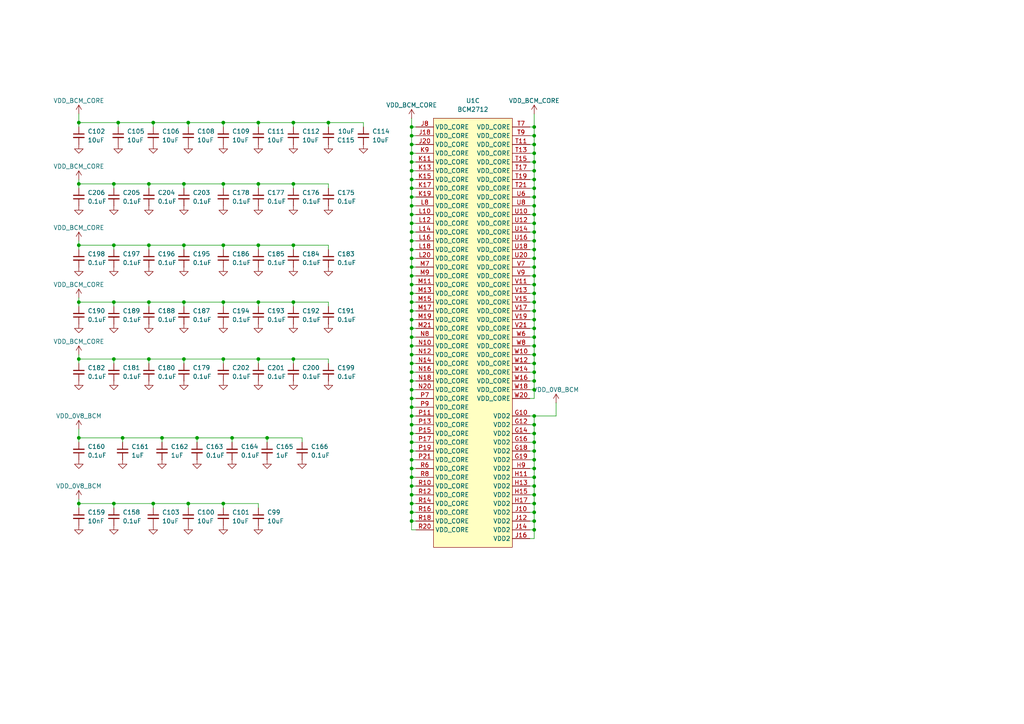
<source format=kicad_sch>
(kicad_sch (version 20250114) (generator "eeschema") (generator_version "9.0")
  (paper "A4")
  (title_block (title "RPi CM5 BCM2712 Core Power") (comment 2 "Guaranteed to be inaccurate") (comment 3 "License: CC BY-SA 4.0 (https://creativecommons.org/licenses/by-sa/4.0/)") (comment 4 "Reverse engineered by Tube Time"))
  (junction (at 119.38 64.77))
  (junction (at 119.38 151.13))
  (junction (at 154.94 100.33))
  (junction (at 64.77 146.05))
  (junction (at 154.94 123.19))
  (junction (at 74.93 87.63))
  (junction (at 154.94 59.69))
  (junction (at 119.38 95.25))
  (junction (at 119.38 54.61))
  (junction (at 119.38 67.31))
  (junction (at 154.94 82.55))
  (junction (at 154.94 153.67))
  (junction (at 54.61 146.05))
  (junction (at 64.77 53.34))
  (junction (at 64.77 71.12))
  (junction (at 119.38 97.79))
  (junction (at 119.38 36.83))
  (junction (at 154.94 57.15))
  (junction (at 119.38 113.03))
  (junction (at 119.38 44.45))
  (junction (at 119.38 41.91))
  (junction (at 154.94 148.59))
  (junction (at 34.29 35.56))
  (junction (at 119.38 52.07))
  (junction (at 43.18 104.14))
  (junction (at 119.38 49.53))
  (junction (at 22.86 104.14))
  (junction (at 154.94 36.83))
  (junction (at 119.38 100.33))
  (junction (at 154.94 113.03))
  (junction (at 154.94 52.07))
  (junction (at 154.94 133.35))
  (junction (at 154.94 95.25))
  (junction (at 154.94 143.51))
  (junction (at 154.94 44.45))
  (junction (at 54.61 35.56))
  (junction (at 154.94 85.09))
  (junction (at 119.38 120.65))
  (junction (at 119.38 107.95))
  (junction (at 119.38 85.09))
  (junction (at 154.94 80.01))
  (junction (at 33.02 87.63))
  (junction (at 53.34 71.12))
  (junction (at 43.18 71.12))
  (junction (at 154.94 105.41))
  (junction (at 154.94 77.47))
  (junction (at 154.94 62.23))
  (junction (at 154.94 110.49))
  (junction (at 154.94 107.95))
  (junction (at 57.15 127))
  (junction (at 119.38 72.39))
  (junction (at 77.47 127))
  (junction (at 154.94 41.91))
  (junction (at 154.94 135.89))
  (junction (at 53.34 53.34))
  (junction (at 95.25 35.56))
  (junction (at 154.94 74.93))
  (junction (at 154.94 92.71))
  (junction (at 119.38 46.99))
  (junction (at 154.94 151.13))
  (junction (at 154.94 54.61))
  (junction (at 35.56 127))
  (junction (at 53.34 104.14))
  (junction (at 74.93 35.56))
  (junction (at 44.45 146.05))
  (junction (at 43.18 87.63))
  (junction (at 154.94 49.53))
  (junction (at 119.38 59.69))
  (junction (at 154.94 130.81))
  (junction (at 119.38 128.27))
  (junction (at 85.09 35.56))
  (junction (at 64.77 87.63))
  (junction (at 119.38 133.35))
  (junction (at 43.18 53.34))
  (junction (at 119.38 92.71))
  (junction (at 119.38 130.81))
  (junction (at 119.38 87.63))
  (junction (at 85.09 71.12))
  (junction (at 119.38 82.55))
  (junction (at 119.38 148.59))
  (junction (at 22.86 127))
  (junction (at 44.45 35.56))
  (junction (at 33.02 71.12))
  (junction (at 154.94 138.43))
  (junction (at 119.38 90.17))
  (junction (at 154.94 128.27))
  (junction (at 33.02 53.34))
  (junction (at 33.02 104.14))
  (junction (at 22.86 87.63))
  (junction (at 119.38 77.47))
  (junction (at 154.94 125.73))
  (junction (at 22.86 146.05))
  (junction (at 154.94 39.37))
  (junction (at 119.38 102.87))
  (junction (at 154.94 87.63))
  (junction (at 85.09 53.34))
  (junction (at 119.38 74.93))
  (junction (at 119.38 125.73))
  (junction (at 74.93 53.34))
  (junction (at 119.38 135.89))
  (junction (at 154.94 120.65))
  (junction (at 119.38 123.19))
  (junction (at 64.77 104.14))
  (junction (at 154.94 67.31))
  (junction (at 119.38 138.43))
  (junction (at 119.38 80.01))
  (junction (at 119.38 57.15))
  (junction (at 154.94 72.39))
  (junction (at 22.86 35.56))
  (junction (at 119.38 118.11))
  (junction (at 85.09 104.14))
  (junction (at 53.34 87.63))
  (junction (at 154.94 102.87))
  (junction (at 119.38 140.97))
  (junction (at 67.31 127))
  (junction (at 119.38 115.57))
  (junction (at 119.38 69.85))
  (junction (at 154.94 46.99))
  (junction (at 74.93 71.12))
  (junction (at 154.94 140.97))
  (junction (at 119.38 62.23))
  (junction (at 46.99 127))
  (junction (at 154.94 64.77))
  (junction (at 119.38 105.41))
  (junction (at 22.86 71.12))
  (junction (at 154.94 97.79))
  (junction (at 119.38 39.37))
  (junction (at 154.94 69.85))
  (junction (at 119.38 146.05))
  (junction (at 33.02 146.05))
  (junction (at 154.94 90.17))
  (junction (at 74.93 104.14))
  (junction (at 154.94 146.05))
  (junction (at 22.86 53.34))
  (junction (at 119.38 143.51))
  (junction (at 119.38 110.49))
  (junction (at 85.09 87.63))
  (junction (at 64.77 35.56))
  (wire (pts (xy 119.38 46.99) (xy 120.65 46.99)))
  (wire (pts (xy 22.86 71.12) (xy 33.02 71.12)))
  (wire (pts (xy 64.77 35.56) (xy 54.61 35.56)))
  (wire (pts (xy 119.38 138.43) (xy 120.65 138.43)))
  (wire (pts (xy 105.41 35.56) (xy 105.41 36.83)))
  (wire (pts (xy 153.67 143.51) (xy 154.94 143.51)))
  (wire (pts (xy 22.86 127) (xy 35.56 127)))
  (wire (pts (xy 119.38 85.09) (xy 120.65 85.09)))
  (wire (pts (xy 154.94 153.67) (xy 154.94 156.21)))
  (wire (pts (xy 74.93 71.12) (xy 74.93 72.39)))
  (wire (pts (xy 119.38 67.31) (xy 119.38 69.85)))
  (wire (pts (xy 154.94 113.03) (xy 154.94 115.57)))
  (wire (pts (xy 54.61 35.56) (xy 54.61 36.83)))
  (wire (pts (xy 74.93 104.14) (xy 74.93 105.41)))
  (wire (pts (xy 74.93 104.14) (xy 85.09 104.14)))
  (wire (pts (xy 43.18 104.14) (xy 53.34 104.14)))
  (wire (pts (xy 119.38 74.93) (xy 120.65 74.93)))
  (wire (pts (xy 119.38 92.71) (xy 119.38 95.25)))
  (wire (pts (xy 154.94 92.71) (xy 153.67 92.71)))
  (wire (pts (xy 154.94 33.02) (xy 154.94 36.83)))
  (wire (pts (xy 119.38 44.45) (xy 120.65 44.45)))
  (wire (pts (xy 33.02 146.05) (xy 44.45 146.05)))
  (wire (pts (xy 154.94 105.41) (xy 154.94 107.95)))
  (wire (pts (xy 119.38 97.79) (xy 120.65 97.79)))
  (wire (pts (xy 154.94 120.65) (xy 153.67 120.65)))
  (wire (pts (xy 119.38 49.53) (xy 120.65 49.53)))
  (wire (pts (xy 119.38 62.23) (xy 119.38 64.77)))
  (wire (pts (xy 74.93 35.56) (xy 64.77 35.56)))
  (wire (pts (xy 119.38 133.35) (xy 120.65 133.35)))
  (wire (pts (xy 119.38 135.89) (xy 120.65 135.89)))
  (wire (pts (xy 43.18 71.12) (xy 53.34 71.12)))
  (wire (pts (xy 43.18 87.63) (xy 53.34 87.63)))
  (wire (pts (xy 119.38 118.11) (xy 120.65 118.11)))
  (wire (pts (xy 95.25 87.63) (xy 95.25 88.9)))
  (wire (pts (xy 22.86 102.87) (xy 22.86 104.14)))
  (wire (pts (xy 22.86 124.46) (xy 22.86 127)))
  (wire (pts (xy 119.38 90.17) (xy 120.65 90.17)))
  (wire (pts (xy 119.38 69.85) (xy 119.38 72.39)))
  (wire (pts (xy 119.38 123.19) (xy 120.65 123.19)))
  (wire (pts (xy 154.94 72.39) (xy 154.94 74.93)))
  (wire (pts (xy 85.09 71.12) (xy 85.09 72.39)))
  (wire (pts (xy 153.67 156.21) (xy 154.94 156.21)))
  (wire (pts (xy 95.25 53.34) (xy 95.25 54.61)))
  (wire (pts (xy 119.38 92.71) (xy 120.65 92.71)))
  (wire (pts (xy 119.38 110.49) (xy 119.38 113.03)))
  (wire (pts (xy 87.63 128.27) (xy 87.63 127)))
  (wire (pts (xy 22.86 147.32) (xy 22.86 146.05)))
  (wire (pts (xy 154.94 77.47) (xy 153.67 77.47)))
  (wire (pts (xy 154.94 46.99) (xy 153.67 46.99)))
  (wire (pts (xy 33.02 87.63) (xy 33.02 88.9)))
  (wire (pts (xy 22.86 144.78) (xy 22.86 146.05)))
  (wire (pts (xy 154.94 67.31) (xy 154.94 69.85)))
  (wire (pts (xy 33.02 87.63) (xy 43.18 87.63)))
  (wire (pts (xy 53.34 53.34) (xy 64.77 53.34)))
  (wire (pts (xy 33.02 53.34) (xy 33.02 54.61)))
  (wire (pts (xy 119.38 62.23) (xy 120.65 62.23)))
  (wire (pts (xy 74.93 87.63) (xy 74.93 88.9)))
  (wire (pts (xy 154.94 54.61) (xy 154.94 57.15)))
  (wire (pts (xy 154.94 148.59) (xy 154.94 151.13)))
  (wire (pts (xy 33.02 104.14) (xy 33.02 105.41)))
  (wire (pts (xy 85.09 87.63) (xy 85.09 88.9)))
  (wire (pts (xy 154.94 69.85) (xy 153.67 69.85)))
  (wire (pts (xy 85.09 35.56) (xy 74.93 35.56)))
  (wire (pts (xy 46.99 127) (xy 57.15 127)))
  (wire (pts (xy 119.38 146.05) (xy 120.65 146.05)))
  (wire (pts (xy 119.38 46.99) (xy 119.38 49.53)))
  (wire (pts (xy 119.38 97.79) (xy 119.38 100.33)))
  (wire (pts (xy 154.94 36.83) (xy 154.94 39.37)))
  (wire (pts (xy 154.94 74.93) (xy 154.94 77.47)))
  (wire (pts (xy 119.38 118.11) (xy 119.38 120.65)))
  (wire (pts (xy 154.94 49.53) (xy 154.94 52.07)))
  (wire (pts (xy 64.77 104.14) (xy 74.93 104.14)))
  (wire (pts (xy 153.67 128.27) (xy 154.94 128.27)))
  (wire (pts (xy 154.94 140.97) (xy 154.94 143.51)))
  (wire (pts (xy 54.61 146.05) (xy 64.77 146.05)))
  (wire (pts (xy 119.38 87.63) (xy 119.38 90.17)))
  (wire (pts (xy 154.94 72.39) (xy 153.67 72.39)))
  (wire (pts (xy 119.38 39.37) (xy 119.38 41.91)))
  (wire (pts (xy 22.86 127) (xy 22.86 128.27)))
  (wire (pts (xy 57.15 127) (xy 67.31 127)))
  (wire (pts (xy 119.38 100.33) (xy 120.65 100.33)))
  (wire (pts (xy 119.38 130.81) (xy 119.38 133.35)))
  (wire (pts (xy 119.38 113.03) (xy 119.38 115.57)))
  (wire (pts (xy 35.56 127) (xy 46.99 127)))
  (wire (pts (xy 154.94 69.85) (xy 154.94 72.39)))
  (wire (pts (xy 154.94 41.91) (xy 154.94 44.45)))
  (wire (pts (xy 153.67 140.97) (xy 154.94 140.97)))
  (wire (pts (xy 119.38 36.83) (xy 120.65 36.83)))
  (wire (pts (xy 119.38 115.57) (xy 120.65 115.57)))
  (wire (pts (xy 119.38 44.45) (xy 119.38 46.99)))
  (wire (pts (xy 33.02 104.14) (xy 43.18 104.14)))
  (wire (pts (xy 154.94 39.37) (xy 154.94 41.91)))
  (wire (pts (xy 53.34 104.14) (xy 64.77 104.14)))
  (wire (pts (xy 64.77 35.56) (xy 64.77 36.83)))
  (wire (pts (xy 64.77 71.12) (xy 64.77 72.39)))
  (wire (pts (xy 119.38 77.47) (xy 119.38 80.01)))
  (wire (pts (xy 154.94 120.65) (xy 154.94 123.19)))
  (wire (pts (xy 119.38 143.51) (xy 120.65 143.51)))
  (wire (pts (xy 119.38 100.33) (xy 119.38 102.87)))
  (wire (pts (xy 22.86 33.02) (xy 22.86 35.56)))
  (wire (pts (xy 119.38 95.25) (xy 120.65 95.25)))
  (wire (pts (xy 64.77 146.05) (xy 74.93 146.05)))
  (wire (pts (xy 119.38 52.07) (xy 119.38 54.61)))
  (wire (pts (xy 154.94 82.55) (xy 154.94 85.09)))
  (wire (pts (xy 119.38 102.87) (xy 119.38 105.41)))
  (wire (pts (xy 22.86 86.36) (xy 22.86 87.63)))
  (wire (pts (xy 119.38 74.93) (xy 119.38 77.47)))
  (wire (pts (xy 154.94 107.95) (xy 153.67 107.95)))
  (wire (pts (xy 154.94 74.93) (xy 153.67 74.93)))
  (wire (pts (xy 22.86 36.83) (xy 22.86 35.56)))
  (wire (pts (xy 119.38 72.39) (xy 120.65 72.39)))
  (wire (pts (xy 154.94 102.87) (xy 154.94 105.41)))
  (wire (pts (xy 154.94 44.45) (xy 153.67 44.45)))
  (wire (pts (xy 119.38 123.19) (xy 119.38 125.73)))
  (wire (pts (xy 119.38 148.59) (xy 119.38 151.13)))
  (wire (pts (xy 119.38 143.51) (xy 119.38 146.05)))
  (wire (pts (xy 154.94 57.15) (xy 154.94 59.69)))
  (wire (pts (xy 119.38 64.77) (xy 119.38 67.31)))
  (wire (pts (xy 153.67 138.43) (xy 154.94 138.43)))
  (wire (pts (xy 154.94 77.47) (xy 154.94 80.01)))
  (wire (pts (xy 154.94 80.01) (xy 153.67 80.01)))
  (wire (pts (xy 119.38 57.15) (xy 119.38 59.69)))
  (wire (pts (xy 119.38 110.49) (xy 120.65 110.49)))
  (wire (pts (xy 154.94 62.23) (xy 154.94 64.77)))
  (wire (pts (xy 154.94 143.51) (xy 154.94 146.05)))
  (wire (pts (xy 33.02 53.34) (xy 22.86 53.34)))
  (wire (pts (xy 53.34 53.34) (xy 53.34 54.61)))
  (wire (pts (xy 119.38 120.65) (xy 119.38 123.19)))
  (wire (pts (xy 154.94 125.73) (xy 154.94 128.27)))
  (wire (pts (xy 119.38 39.37) (xy 120.65 39.37)))
  (wire (pts (xy 119.38 82.55) (xy 119.38 85.09)))
  (wire (pts (xy 22.86 104.14) (xy 22.86 105.41)))
  (wire (pts (xy 43.18 53.34) (xy 33.02 53.34)))
  (wire (pts (xy 119.38 80.01) (xy 119.38 82.55)))
  (wire (pts (xy 74.93 53.34) (xy 85.09 53.34)))
  (wire (pts (xy 119.38 95.25) (xy 119.38 97.79)))
  (wire (pts (xy 95.25 71.12) (xy 95.25 72.39)))
  (wire (pts (xy 154.94 107.95) (xy 154.94 110.49)))
  (wire (pts (xy 22.86 52.07) (xy 22.86 53.34)))
  (wire (pts (xy 43.18 104.14) (xy 43.18 105.41)))
  (wire (pts (xy 154.94 46.99) (xy 154.94 49.53)))
  (wire (pts (xy 119.38 153.67) (xy 120.65 153.67)))
  (wire (pts (xy 119.38 113.03) (xy 120.65 113.03)))
  (wire (pts (xy 64.77 87.63) (xy 64.77 88.9)))
  (wire (pts (xy 154.94 67.31) (xy 153.67 67.31)))
  (wire (pts (xy 154.94 146.05) (xy 154.94 148.59)))
  (wire (pts (xy 154.94 59.69) (xy 154.94 62.23)))
  (wire (pts (xy 119.38 120.65) (xy 120.65 120.65)))
  (wire (pts (xy 95.25 104.14) (xy 95.25 105.41)))
  (wire (pts (xy 119.38 105.41) (xy 120.65 105.41)))
  (wire (pts (xy 119.38 151.13) (xy 120.65 151.13)))
  (wire (pts (xy 154.94 90.17) (xy 154.94 92.71)))
  (wire (pts (xy 154.94 135.89) (xy 154.94 138.43)))
  (wire (pts (xy 154.94 52.07) (xy 153.67 52.07)))
  (wire (pts (xy 153.67 151.13) (xy 154.94 151.13)))
  (wire (pts (xy 154.94 54.61) (xy 153.67 54.61)))
  (wire (pts (xy 153.67 125.73) (xy 154.94 125.73)))
  (wire (pts (xy 85.09 104.14) (xy 85.09 105.41)))
  (wire (pts (xy 119.38 69.85) (xy 120.65 69.85)))
  (wire (pts (xy 154.94 64.77) (xy 154.94 67.31)))
  (wire (pts (xy 22.86 53.34) (xy 22.86 54.61)))
  (wire (pts (xy 43.18 71.12) (xy 43.18 72.39)))
  (wire (pts (xy 154.94 95.25) (xy 153.67 95.25)))
  (wire (pts (xy 119.38 115.57) (xy 119.38 118.11)))
  (wire (pts (xy 154.94 82.55) (xy 153.67 82.55)))
  (wire (pts (xy 119.38 77.47) (xy 120.65 77.47)))
  (wire (pts (xy 64.77 87.63) (xy 74.93 87.63)))
  (wire (pts (xy 67.31 128.27) (xy 67.31 127)))
  (wire (pts (xy 119.38 105.41) (xy 119.38 107.95)))
  (wire (pts (xy 153.67 123.19) (xy 154.94 123.19)))
  (wire (pts (xy 119.38 82.55) (xy 120.65 82.55)))
  (wire (pts (xy 153.67 133.35) (xy 154.94 133.35)))
  (wire (pts (xy 22.86 69.85) (xy 22.86 71.12)))
  (wire (pts (xy 119.38 41.91) (xy 120.65 41.91)))
  (wire (pts (xy 85.09 87.63) (xy 95.25 87.63)))
  (wire (pts (xy 119.38 57.15) (xy 120.65 57.15)))
  (wire (pts (xy 119.38 133.35) (xy 119.38 135.89)))
  (wire (pts (xy 85.09 71.12) (xy 95.25 71.12)))
  (wire (pts (xy 154.94 133.35) (xy 154.94 135.89)))
  (wire (pts (xy 74.93 71.12) (xy 85.09 71.12)))
  (wire (pts (xy 22.86 71.12) (xy 22.86 72.39)))
  (wire (pts (xy 154.94 138.43) (xy 154.94 140.97)))
  (wire (pts (xy 74.93 53.34) (xy 74.93 54.61)))
  (wire (pts (xy 154.94 52.07) (xy 154.94 54.61)))
  (wire (pts (xy 53.34 71.12) (xy 53.34 72.39)))
  (wire (pts (xy 154.94 100.33) (xy 153.67 100.33)))
  (wire (pts (xy 119.38 54.61) (xy 119.38 57.15)))
  (wire (pts (xy 74.93 35.56) (xy 74.93 36.83)))
  (wire (pts (xy 119.38 59.69) (xy 120.65 59.69)))
  (wire (pts (xy 161.29 120.65) (xy 154.94 120.65)))
  (wire (pts (xy 153.67 148.59) (xy 154.94 148.59)))
  (wire (pts (xy 119.38 87.63) (xy 120.65 87.63)))
  (wire (pts (xy 43.18 87.63) (xy 43.18 88.9)))
  (wire (pts (xy 119.38 52.07) (xy 120.65 52.07)))
  (wire (pts (xy 154.94 87.63) (xy 154.94 90.17)))
  (wire (pts (xy 119.38 67.31) (xy 120.65 67.31)))
  (wire (pts (xy 64.77 71.12) (xy 74.93 71.12)))
  (wire (pts (xy 44.45 147.32) (xy 44.45 146.05)))
  (wire (pts (xy 119.38 107.95) (xy 120.65 107.95)))
  (wire (pts (xy 154.94 92.71) (xy 154.94 95.25)))
  (wire (pts (xy 119.38 130.81) (xy 120.65 130.81)))
  (wire (pts (xy 85.09 53.34) (xy 85.09 54.61)))
  (wire (pts (xy 64.77 104.14) (xy 64.77 105.41)))
  (wire (pts (xy 77.47 128.27) (xy 77.47 127)))
  (wire (pts (xy 85.09 53.34) (xy 95.25 53.34)))
  (wire (pts (xy 53.34 87.63) (xy 53.34 88.9)))
  (wire (pts (xy 119.38 135.89) (xy 119.38 138.43)))
  (wire (pts (xy 119.38 107.95) (xy 119.38 110.49)))
  (wire (pts (xy 64.77 53.34) (xy 74.93 53.34)))
  (wire (pts (xy 54.61 146.05) (xy 54.61 147.32)))
  (wire (pts (xy 85.09 35.56) (xy 95.25 35.56)))
  (wire (pts (xy 35.56 128.27) (xy 35.56 127)))
  (wire (pts (xy 22.86 87.63) (xy 33.02 87.63)))
  (wire (pts (xy 33.02 71.12) (xy 43.18 71.12)))
  (wire (pts (xy 154.94 85.09) (xy 153.67 85.09)))
  (wire (pts (xy 154.94 85.09) (xy 154.94 87.63)))
  (wire (pts (xy 34.29 35.56) (xy 34.29 36.83)))
  (wire (pts (xy 154.94 102.87) (xy 153.67 102.87)))
  (wire (pts (xy 119.38 151.13) (xy 119.38 153.67)))
  (wire (pts (xy 95.25 35.56) (xy 105.41 35.56)))
  (wire (pts (xy 119.38 102.87) (xy 120.65 102.87)))
  (wire (pts (xy 154.94 36.83) (xy 153.67 36.83)))
  (wire (pts (xy 74.93 147.32) (xy 74.93 146.05)))
  (wire (pts (xy 154.94 41.91) (xy 153.67 41.91)))
  (wire (pts (xy 44.45 35.56) (xy 34.29 35.56)))
  (wire (pts (xy 154.94 110.49) (xy 154.94 113.03)))
  (wire (pts (xy 67.31 127) (xy 77.47 127)))
  (wire (pts (xy 33.02 147.32) (xy 33.02 146.05)))
  (wire (pts (xy 44.45 35.56) (xy 44.45 36.83)))
  (wire (pts (xy 154.94 97.79) (xy 154.94 100.33)))
  (wire (pts (xy 119.38 140.97) (xy 120.65 140.97)))
  (wire (pts (xy 154.94 97.79) (xy 153.67 97.79)))
  (wire (pts (xy 22.86 104.14) (xy 33.02 104.14)))
  (wire (pts (xy 53.34 87.63) (xy 64.77 87.63)))
  (wire (pts (xy 119.38 138.43) (xy 119.38 140.97)))
  (wire (pts (xy 154.94 105.41) (xy 153.67 105.41)))
  (wire (pts (xy 154.94 87.63) (xy 153.67 87.63)))
  (wire (pts (xy 154.94 44.45) (xy 154.94 46.99)))
  (wire (pts (xy 46.99 128.27) (xy 46.99 127)))
  (wire (pts (xy 64.77 53.34) (xy 64.77 54.61)))
  (wire (pts (xy 53.34 71.12) (xy 64.77 71.12)))
  (wire (pts (xy 119.38 80.01) (xy 120.65 80.01)))
  (wire (pts (xy 44.45 35.56) (xy 54.61 35.56)))
  (wire (pts (xy 154.94 115.57) (xy 153.67 115.57)))
  (wire (pts (xy 53.34 104.14) (xy 53.34 105.41)))
  (wire (pts (xy 119.38 140.97) (xy 119.38 143.51)))
  (wire (pts (xy 119.38 90.17) (xy 119.38 92.71)))
  (wire (pts (xy 154.94 130.81) (xy 154.94 133.35)))
  (wire (pts (xy 57.15 128.27) (xy 57.15 127)))
  (wire (pts (xy 119.38 36.83) (xy 119.38 39.37)))
  (wire (pts (xy 153.67 153.67) (xy 154.94 153.67)))
  (wire (pts (xy 22.86 87.63) (xy 22.86 88.9)))
  (wire (pts (xy 119.38 128.27) (xy 119.38 130.81)))
  (wire (pts (xy 154.94 110.49) (xy 153.67 110.49)))
  (wire (pts (xy 119.38 49.53) (xy 119.38 52.07)))
  (wire (pts (xy 154.94 151.13) (xy 154.94 153.67)))
  (wire (pts (xy 119.38 85.09) (xy 119.38 87.63)))
  (wire (pts (xy 154.94 100.33) (xy 154.94 102.87)))
  (wire (pts (xy 154.94 80.01) (xy 154.94 82.55)))
  (wire (pts (xy 119.38 125.73) (xy 119.38 128.27)))
  (wire (pts (xy 33.02 71.12) (xy 33.02 72.39)))
  (wire (pts (xy 119.38 54.61) (xy 120.65 54.61)))
  (wire (pts (xy 119.38 34.29) (xy 119.38 36.83)))
  (wire (pts (xy 95.25 35.56) (xy 95.25 36.83)))
  (wire (pts (xy 85.09 104.14) (xy 95.25 104.14)))
  (wire (pts (xy 154.94 49.53) (xy 153.67 49.53)))
  (wire (pts (xy 22.86 35.56) (xy 34.29 35.56)))
  (wire (pts (xy 43.18 53.34) (xy 43.18 54.61)))
  (wire (pts (xy 153.67 130.81) (xy 154.94 130.81)))
  (wire (pts (xy 22.86 146.05) (xy 33.02 146.05)))
  (wire (pts (xy 85.09 35.56) (xy 85.09 36.83)))
  (wire (pts (xy 119.38 125.73) (xy 120.65 125.73)))
  (wire (pts (xy 119.38 148.59) (xy 120.65 148.59)))
  (wire (pts (xy 74.93 87.63) (xy 85.09 87.63)))
  (wire (pts (xy 119.38 59.69) (xy 119.38 62.23)))
  (wire (pts (xy 119.38 64.77) (xy 120.65 64.77)))
  (wire (pts (xy 154.94 95.25) (xy 154.94 97.79)))
  (wire (pts (xy 154.94 39.37) (xy 153.67 39.37)))
  (wire (pts (xy 154.94 128.27) (xy 154.94 130.81)))
  (wire (pts (xy 64.77 146.05) (xy 64.77 147.32)))
  (wire (pts (xy 119.38 128.27) (xy 120.65 128.27)))
  (wire (pts (xy 154.94 62.23) (xy 153.67 62.23)))
  (wire (pts (xy 154.94 64.77) (xy 153.67 64.77)))
  (wire (pts (xy 154.94 113.03) (xy 153.67 113.03)))
  (wire (pts (xy 43.18 53.34) (xy 53.34 53.34)))
  (wire (pts (xy 154.94 123.19) (xy 154.94 125.73)))
  (wire (pts (xy 44.45 146.05) (xy 54.61 146.05)))
  (wire (pts (xy 119.38 41.91) (xy 119.38 44.45)))
  (wire (pts (xy 154.94 57.15) (xy 153.67 57.15)))
  (wire (pts (xy 154.94 59.69) (xy 153.67 59.69)))
  (wire (pts (xy 119.38 72.39) (xy 119.38 74.93)))
  (wire (pts (xy 77.47 127) (xy 87.63 127)))
  (wire (pts (xy 161.29 116.84) (xy 161.29 120.65)))
  (wire (pts (xy 153.67 146.05) (xy 154.94 146.05)))
  (wire (pts (xy 154.94 90.17) (xy 153.67 90.17)))
  (wire (pts (xy 153.67 135.89) (xy 154.94 135.89)))
  (wire (pts (xy 119.38 146.05) (xy 119.38 148.59)))
  (symbol (lib_id "Device:C_Small") (at 74.93 57.15 180) (unit 1)
    (property "Reference" "C177" (at 77.47 55.8735 0) (effects (justify right)))
    (property "Value" "0.1uF" (at 77.47 58.4135 0) (effects (justify right)))
    (property "Footprint" "Capacitor_SMD:C_0201_0603Metric" (effects (hide yes)))
  )
  (symbol (lib_id "Device:C_Small") (at 43.18 74.93 0) (unit 1)
    (property "Reference" "C196" (at 45.72 73.6662 0) (effects (justify left)))
    (property "Value" "0.1uF" (at 45.72 76.2062 0) (effects (justify left)))
    (property "Footprint" "Capacitor_SMD:C_0201_0603Metric" (effects (hide yes)))
  )
  (symbol (lib_id "power:GND") (at 35.56 133.35 0) (unit 1)
    (property "Reference" "#PWR0353" (effects (hide yes)))
    (property "Value" "GND" (effects (hide yes)))
    (property "Description" "Power symbol creates a global label with name \"GND\" , ground" (effects (hide yes)))
  )
  (symbol (lib_id "power:GND") (at 33.02 59.69 0) (unit 1)
    (property "Reference" "#PWR0223" (effects (hide yes)))
    (property "Value" "GND" (effects (hide yes)))
    (property "Description" "Power symbol creates a global label with name \"GND\" , ground" (effects (hide yes)))
  )
  (symbol (lib_id "Device:C_Small") (at 44.45 149.86 0) (unit 1)
    (property "Reference" "C103" (at 46.99 148.5962 0) (effects (justify left)))
    (property "Value" "10uF" (at 46.99 151.1362 0) (effects (justify left)))
    (property "Footprint" "Capacitor_SMD:C_0402_1005Metric" (effects (hide yes)))
  )
  (symbol (lib_id "Device:C_Small") (at 53.34 57.15 0) (unit 1)
    (property "Reference" "C203" (at 55.88 55.8862 0) (effects (justify left)))
    (property "Value" "0.1uF" (at 55.88 58.4262 0) (effects (justify left)))
    (property "Footprint" "Capacitor_SMD:C_0201_0603Metric" (effects (hide yes)))
  )
  (symbol (lib_id "power:+3.3V") (at 22.86 52.07 0) (unit 1)
    (property "Reference" "#PWR0226" (effects (hide yes)))
    (property "Value" "VDD_BCM_CORE" (at 22.86 48.26 0))
    (property "Description" "Power symbol creates a global label with name \"+3.3V\"" (effects (hide yes)))
  )
  (symbol (lib_id "power:GND") (at 43.18 110.49 0) (unit 1)
    (property "Reference" "#PWR0237" (effects (hide yes)))
    (property "Value" "GND" (effects (hide yes)))
    (property "Description" "Power symbol creates a global label with name \"GND\" , ground" (effects (hide yes)))
  )
  (symbol (lib_id "power:GND") (at 54.61 152.4 0) (unit 1)
    (property "Reference" "#PWR0257" (effects (hide yes)))
    (property "Value" "GND" (effects (hide yes)))
    (property "Description" "Power symbol creates a global label with name \"GND\" , ground" (effects (hide yes)))
  )
  (symbol (lib_id "power:+3.3V") (at 119.38 34.29 0) (unit 1)
    (property "Reference" "#PWR0448" (effects (hide yes)))
    (property "Value" "VDD_BCM_CORE" (at 119.38 30.48 0))
    (property "Description" "Power symbol creates a global label with name \"+3.3V\"" (effects (hide yes)))
  )
  (symbol (lib_id "Device:C_Small") (at 22.86 57.15 180) (unit 1)
    (property "Reference" "C206" (at 25.4 55.8735 0) (effects (justify right)))
    (property "Value" "0.1uF" (at 25.4 58.4135 0) (effects (justify right)))
    (property "Footprint" "Capacitor_SMD:C_0201_0603Metric" (effects (hide yes)))
  )
  (symbol (lib_id "power:+3.3V") (at 154.94 33.02 0) (unit 1)
    (property "Reference" "#PWR0449" (effects (hide yes)))
    (property "Value" "VDD_BCM_CORE" (at 154.94 29.21 0))
    (property "Description" "Power symbol creates a global label with name \"+3.3V\"" (effects (hide yes)))
  )
  (symbol (lib_id "power:GND") (at 64.77 152.4 0) (unit 1)
    (property "Reference" "#PWR0256" (effects (hide yes)))
    (property "Value" "GND" (effects (hide yes)))
    (property "Description" "Power symbol creates a global label with name \"GND\" , ground" (effects (hide yes)))
  )
  (symbol (lib_id "Device:C_Small") (at 53.34 74.93 180) (unit 1)
    (property "Reference" "C195" (at 55.88 73.6535 0) (effects (justify right)))
    (property "Value" "0.1uF" (at 55.88 76.1935 0) (effects (justify right)))
    (property "Footprint" "Capacitor_SMD:C_0201_0603Metric" (effects (hide yes)))
  )
  (symbol (lib_id "power:GND") (at 33.02 110.49 0) (unit 1)
    (property "Reference" "#PWR0236" (effects (hide yes)))
    (property "Value" "GND" (effects (hide yes)))
    (property "Description" "Power symbol creates a global label with name \"GND\" , ground" (effects (hide yes)))
  )
  (symbol (lib_id "power:GND") (at 53.34 110.49 0) (unit 1)
    (property "Reference" "#PWR0238" (effects (hide yes)))
    (property "Value" "GND" (effects (hide yes)))
    (property "Description" "Power symbol creates a global label with name \"GND\" , ground" (effects (hide yes)))
  )
  (symbol (lib_id "Device:C_Small") (at 22.86 74.93 0) (unit 1)
    (property "Reference" "C198" (at 25.4 73.6662 0) (effects (justify left)))
    (property "Value" "0.1uF" (at 25.4 76.2062 0) (effects (justify left)))
    (property "Footprint" "Capacitor_SMD:C_0201_0603Metric" (effects (hide yes)))
  )
  (symbol (lib_id "Device:C_Small") (at 22.86 91.44 180) (unit 1)
    (property "Reference" "C190" (at 25.4 90.1635 0) (effects (justify right)))
    (property "Value" "0.1uF" (at 25.4 92.7035 0) (effects (justify right)))
    (property "Footprint" "Capacitor_SMD:C_0201_0603Metric" (effects (hide yes)))
  )
  (symbol (lib_id "Device:C_Small") (at 43.18 91.44 180) (unit 1)
    (property "Reference" "C188" (at 45.72 90.1635 0) (effects (justify right)))
    (property "Value" "0.1uF" (at 45.72 92.7035 0) (effects (justify right)))
    (property "Footprint" "Capacitor_SMD:C_0201_0603Metric" (effects (hide yes)))
  )
  (symbol (lib_id "Device:C_Small") (at 67.31 130.81 180) (unit 1)
    (property "Reference" "C164" (at 69.85 129.5335 0) (effects (justify right)))
    (property "Value" "0.1uF" (at 69.85 132.0735 0) (effects (justify right)))
    (property "Footprint" "Capacitor_SMD:C_0201_0603Metric" (effects (hide yes)))
  )
  (symbol (lib_id "Device:C_Small") (at 74.93 39.37 0) (unit 1)
    (property "Reference" "C111" (at 77.47 38.1062 0) (effects (justify left)))
    (property "Value" "10uF" (at 77.47 40.6462 0) (effects (justify left)))
    (property "Footprint" "Capacitor_SMD:C_0402_1005Metric" (effects (hide yes)))
  )
  (symbol (lib_id "power:GND") (at 43.18 59.69 0) (unit 1)
    (property "Reference" "#PWR0224" (effects (hide yes)))
    (property "Value" "GND" (effects (hide yes)))
    (property "Description" "Power symbol creates a global label with name \"GND\" , ground" (effects (hide yes)))
  )
  (symbol (lib_id "power:+3.3V") (at 22.86 69.85 0) (unit 1)
    (property "Reference" "#PWR0445" (effects (hide yes)))
    (property "Value" "VDD_BCM_CORE" (at 22.86 66.04 0))
    (property "Description" "Power symbol creates a global label with name \"+3.3V\"" (effects (hide yes)))
  )
  (symbol (lib_id "Device:C_Small") (at 33.02 91.44 0) (unit 1)
    (property "Reference" "C189" (at 35.56 90.1762 0) (effects (justify left)))
    (property "Value" "0.1uF" (at 35.56 92.7162 0) (effects (justify left)))
    (property "Footprint" "Capacitor_SMD:C_0201_0603Metric" (effects (hide yes)))
  )
  (symbol (lib_id "Device:C_Small") (at 22.86 130.81 180) (unit 1)
    (property "Reference" "C160" (at 25.4 129.5335 0) (effects (justify right)))
    (property "Value" "0.1uF" (at 25.4 132.0735 0) (effects (justify right)))
    (property "Footprint" "Capacitor_SMD:C_0201_0603Metric" (effects (hide yes)))
  )
  (symbol (lib_id "power:GND") (at 64.77 41.91 0) (unit 1)
    (property "Reference" "#PWR0217" (effects (hide yes)))
    (property "Value" "GND" (effects (hide yes)))
    (property "Description" "Power symbol creates a global label with name \"GND\" , ground" (effects (hide yes)))
  )
  (symbol (lib_id "power:GND") (at 85.09 41.91 0) (unit 1)
    (property "Reference" "#PWR0215" (effects (hide yes)))
    (property "Value" "GND" (effects (hide yes)))
    (property "Description" "Power symbol creates a global label with name \"GND\" , ground" (effects (hide yes)))
  )
  (symbol (lib_id "power:GND") (at 74.93 59.69 0) (unit 1)
    (property "Reference" "#PWR0252" (effects (hide yes)))
    (property "Value" "GND" (effects (hide yes)))
    (property "Description" "Power symbol creates a global label with name \"GND\" , ground" (effects (hide yes)))
  )
  (symbol (lib_id "Device:C_Small") (at 105.41 39.37 180) (unit 1)
    (property "Reference" "C114" (at 107.95 38.0935 0) (effects (justify right)))
    (property "Value" "10uF" (at 107.95 40.6335 0) (effects (justify right)))
    (property "Footprint" "Capacitor_SMD:C_0402_1005Metric" (effects (hide yes)))
  )
  (symbol (lib_id "power:GND") (at 33.02 93.98 0) (unit 1)
    (property "Reference" "#PWR0232" (effects (hide yes)))
    (property "Value" "GND" (effects (hide yes)))
    (property "Description" "Power symbol creates a global label with name \"GND\" , ground" (effects (hide yes)))
  )
  (symbol (lib_id "Device:C_Small") (at 57.15 130.81 0) (unit 1)
    (property "Reference" "C163" (at 59.69 129.5462 0) (effects (justify left)))
    (property "Value" "0.1uF" (at 59.69 132.0862 0) (effects (justify left)))
    (property "Footprint" "Capacitor_SMD:C_0201_0603Metric" (effects (hide yes)))
  )
  (symbol (lib_id "Device:C_Small") (at 85.09 39.37 0) (unit 1)
    (property "Reference" "C112" (at 87.63 38.1062 0) (effects (justify left)))
    (property "Value" "10uF" (at 87.63 40.6462 0) (effects (justify left)))
    (property "Footprint" "Capacitor_SMD:C_0402_1005Metric" (effects (hide yes)))
  )
  (symbol (lib_id "Device:C_Small") (at 53.34 91.44 0) (unit 1)
    (property "Reference" "C187" (at 55.88 90.1762 0) (effects (justify left)))
    (property "Value" "0.1uF" (at 55.88 92.7162 0) (effects (justify left)))
    (property "Footprint" "Capacitor_SMD:C_0201_0603Metric" (effects (hide yes)))
  )
  (symbol (lib_id "power:+5V") (at 22.86 144.78 0) (unit 1)
    (property "Reference" "#PWR0260" (effects (hide yes)))
    (property "Value" "VDD_0V8_BCM" (at 22.86 140.97 0))
    (property "Description" "Power symbol creates a global label with name \"+5V\"" (effects (hide yes)))
  )
  (symbol (lib_id "Device:C_Small") (at 34.29 39.37 0) (unit 1)
    (property "Reference" "C105" (at 36.83 38.1062 0) (effects (justify left)))
    (property "Value" "10uF" (at 36.83 40.6462 0) (effects (justify left)))
    (property "Footprint" "Capacitor_SMD:C_0402_1005Metric" (effects (hide yes)))
  )
  (symbol (lib_id "power:GND") (at 44.45 41.91 0) (unit 1)
    (property "Reference" "#PWR0219" (effects (hide yes)))
    (property "Value" "GND" (effects (hide yes)))
    (property "Description" "Power symbol creates a global label with name \"GND\" , ground" (effects (hide yes)))
  )
  (symbol (lib_id "power:GND") (at 34.29 41.91 0) (unit 1)
    (property "Reference" "#PWR0220" (effects (hide yes)))
    (property "Value" "GND" (effects (hide yes)))
    (property "Description" "Power symbol creates a global label with name \"GND\" , ground" (effects (hide yes)))
  )
  (symbol (lib_id "power:GND") (at 64.77 77.47 0) (unit 1)
    (property "Reference" "#PWR0247" (effects (hide yes)))
    (property "Value" "GND" (effects (hide yes)))
    (property "Description" "Power symbol creates a global label with name \"GND\" , ground" (effects (hide yes)))
  )
  (symbol (lib_id "power:GND") (at 64.77 110.49 0) (unit 1)
    (property "Reference" "#PWR0239" (effects (hide yes)))
    (property "Value" "GND" (effects (hide yes)))
    (property "Description" "Power symbol creates a global label with name \"GND\" , ground" (effects (hide yes)))
  )
  (symbol (lib_id "power:+5V") (at 22.86 124.46 0) (unit 1)
    (property "Reference" "#PWR0354" (effects (hide yes)))
    (property "Value" "VDD_0V8_BCM" (at 22.86 120.65 0))
    (property "Description" "Power symbol creates a global label with name \"+5V\"" (effects (hide yes)))
  )
  (symbol (lib_id "Device:C_Small") (at 74.93 149.86 0) (unit 1)
    (property "Reference" "C99" (at 77.47 148.5962 0) (effects (justify left)))
    (property "Value" "10uF" (at 77.47 151.1362 0) (effects (justify left)))
    (property "Footprint" "Capacitor_SMD:C_0402_1005Metric" (effects (hide yes)))
  )
  (symbol (lib_id "Device:C_Small") (at 43.18 107.95 0) (unit 1)
    (property "Reference" "C180" (at 45.72 106.6862 0) (effects (justify left)))
    (property "Value" "0.1uF" (at 45.72 109.2262 0) (effects (justify left)))
    (property "Footprint" "Capacitor_SMD:C_0201_0603Metric" (effects (hide yes)))
  )
  (symbol (lib_id "power:GND") (at 95.25 77.47 0) (unit 1)
    (property "Reference" "#PWR0250" (effects (hide yes)))
    (property "Value" "GND" (effects (hide yes)))
    (property "Description" "Power symbol creates a global label with name \"GND\" , ground" (effects (hide yes)))
  )
  (symbol (lib_id "power:GND") (at 53.34 93.98 0) (unit 1)
    (property "Reference" "#PWR0234" (effects (hide yes)))
    (property "Value" "GND" (effects (hide yes)))
    (property "Description" "Power symbol creates a global label with name \"GND\" , ground" (effects (hide yes)))
  )
  (symbol (lib_id "Device:C_Small") (at 64.77 107.95 180) (unit 1)
    (property "Reference" "C202" (at 67.31 106.6735 0) (effects (justify right)))
    (property "Value" "0.1uF" (at 67.31 109.2135 0) (effects (justify right)))
    (property "Footprint" "Capacitor_SMD:C_0201_0603Metric" (effects (hide yes)))
  )
  (symbol (lib_id "power:GND") (at 87.63 133.35 0) (unit 1)
    (property "Reference" "#PWR0359" (effects (hide yes)))
    (property "Value" "GND" (effects (hide yes)))
    (property "Description" "Power symbol creates a global label with name \"GND\" , ground" (effects (hide yes)))
  )
  (symbol (lib_id "Device:C_Small") (at 43.18 57.15 180) (unit 1)
    (property "Reference" "C204" (at 45.72 55.8735 0) (effects (justify right)))
    (property "Value" "0.1uF" (at 45.72 58.4135 0) (effects (justify right)))
    (property "Footprint" "Capacitor_SMD:C_0201_0603Metric" (effects (hide yes)))
  )
  (symbol (lib_id "Device:C_Small") (at 95.25 57.15 180) (unit 1)
    (property "Reference" "C175" (at 97.79 55.8735 0) (effects (justify right)))
    (property "Value" "0.1uF" (at 97.79 58.4135 0) (effects (justify right)))
    (property "Footprint" "Capacitor_SMD:C_0201_0603Metric" (effects (hide yes)))
  )
  (symbol (lib_id "power:GND") (at 43.18 93.98 0) (unit 1)
    (property "Reference" "#PWR0233" (effects (hide yes)))
    (property "Value" "GND" (effects (hide yes)))
    (property "Description" "Power symbol creates a global label with name \"GND\" , ground" (effects (hide yes)))
  )
  (symbol (lib_id "power:GND") (at 95.25 93.98 0) (unit 1)
    (property "Reference" "#PWR0246" (effects (hide yes)))
    (property "Value" "GND" (effects (hide yes)))
    (property "Description" "Power symbol creates a global label with name \"GND\" , ground" (effects (hide yes)))
  )
  (symbol (lib_id "power:GND") (at 57.15 133.35 0) (unit 1)
    (property "Reference" "#PWR0356" (effects (hide yes)))
    (property "Value" "GND" (effects (hide yes)))
    (property "Description" "Power symbol creates a global label with name \"GND\" , ground" (effects (hide yes)))
  )
  (symbol (lib_id "Device:C_Small") (at 64.77 74.93 180) (unit 1)
    (property "Reference" "C186" (at 67.31 73.6535 0) (effects (justify right)))
    (property "Value" "0.1uF" (at 67.31 76.1935 0) (effects (justify right)))
    (property "Footprint" "Capacitor_SMD:C_0201_0603Metric" (effects (hide yes)))
  )
  (symbol (lib_id "Device:C_Small") (at 46.99 130.81 0) (unit 1)
    (property "Reference" "C162" (at 49.53 129.5462 0) (effects (justify left)))
    (property "Value" "1uF" (at 49.53 132.0862 0) (effects (justify left)))
    (property "Footprint" "Capacitor_SMD:C_0201_0603Metric" (effects (hide yes)))
  )
  (symbol (lib_id "Device:C_Small") (at 22.86 149.86 0) (unit 1)
    (property "Reference" "C159" (at 25.4 148.5962 0) (effects (justify left)))
    (property "Value" "10nF" (at 25.4 151.1362 0) (effects (justify left)))
    (property "Footprint" "Capacitor_SMD:C_0201_0603Metric" (effects (hide yes)))
  )
  (symbol (lib_id "power:GND") (at 67.31 133.35 0) (unit 1)
    (property "Reference" "#PWR0357" (effects (hide yes)))
    (property "Value" "GND" (effects (hide yes)))
    (property "Description" "Power symbol creates a global label with name \"GND\" , ground" (effects (hide yes)))
  )
  (symbol (lib_id "power:GND") (at 74.93 93.98 0) (unit 1)
    (property "Reference" "#PWR0244" (effects (hide yes)))
    (property "Value" "GND" (effects (hide yes)))
    (property "Description" "Power symbol creates a global label with name \"GND\" , ground" (effects (hide yes)))
  )
  (symbol (lib_id "Device:C_Small") (at 95.25 91.44 180) (unit 1)
    (property "Reference" "C191" (at 97.79 90.1635 0) (effects (justify right)))
    (property "Value" "0.1uF" (at 97.79 92.7035 0) (effects (justify right)))
    (property "Footprint" "Capacitor_SMD:C_0201_0603Metric" (effects (hide yes)))
  )
  (symbol (lib_id "power:GND") (at 77.47 133.35 0) (unit 1)
    (property "Reference" "#PWR0358" (effects (hide yes)))
    (property "Value" "GND" (effects (hide yes)))
    (property "Description" "Power symbol creates a global label with name \"GND\" , ground" (effects (hide yes)))
  )
  (symbol (lib_id "Device:C_Small") (at 22.86 107.95 0) (unit 1)
    (property "Reference" "C182" (at 25.4 106.6862 0) (effects (justify left)))
    (property "Value" "0.1uF" (at 25.4 109.2262 0) (effects (justify left)))
    (property "Footprint" "Capacitor_SMD:C_0201_0603Metric" (effects (hide yes)))
  )
  (symbol (lib_id "Device:C_Small") (at 33.02 149.86 180) (unit 1)
    (property "Reference" "C158" (at 35.56 148.5835 0) (effects (justify right)))
    (property "Value" "0.1uF" (at 35.56 151.1235 0) (effects (justify right)))
    (property "Footprint" "Capacitor_SMD:C_0201_0603Metric" (effects (hide yes)))
  )
  (symbol (lib_id "Device:C_Small") (at 64.77 91.44 0) (unit 1)
    (property "Reference" "C194" (at 67.31 90.1762 0) (effects (justify left)))
    (property "Value" "0.1uF" (at 67.31 92.7162 0) (effects (justify left)))
    (property "Footprint" "Capacitor_SMD:C_0201_0603Metric" (effects (hide yes)))
  )
  (symbol (lib_id "power:GND") (at 85.09 110.49 0) (unit 1)
    (property "Reference" "#PWR0241" (effects (hide yes)))
    (property "Value" "GND" (effects (hide yes)))
    (property "Description" "Power symbol creates a global label with name \"GND\" , ground" (effects (hide yes)))
  )
  (symbol (lib_id "power:GND") (at 74.93 152.4 0) (unit 1)
    (property "Reference" "#PWR0258" (effects (hide yes)))
    (property "Value" "GND" (effects (hide yes)))
    (property "Description" "Power symbol creates a global label with name \"GND\" , ground" (effects (hide yes)))
  )
  (symbol (lib_id "power:GND") (at 54.61 41.91 0) (unit 1)
    (property "Reference" "#PWR0218" (effects (hide yes)))
    (property "Value" "GND" (effects (hide yes)))
    (property "Description" "Power symbol creates a global label with name \"GND\" , ground" (effects (hide yes)))
  )
  (symbol (lib_id "power:GND") (at 33.02 152.4 0) (unit 1)
    (property "Reference" "#PWR0262" (effects (hide yes)))
    (property "Value" "GND" (effects (hide yes)))
    (property "Description" "Power symbol creates a global label with name \"GND\" , ground" (effects (hide yes)))
  )
  (symbol (lib_id "Device:C_Small") (at 33.02 57.15 0) (unit 1)
    (property "Reference" "C205" (at 35.56 55.8862 0) (effects (justify left)))
    (property "Value" "0.1uF" (at 35.56 58.4262 0) (effects (justify left)))
    (property "Footprint" "Capacitor_SMD:C_0201_0603Metric" (effects (hide yes)))
  )
  (symbol (lib_id "Device:C_Small") (at 74.93 107.95 0) (unit 1)
    (property "Reference" "C201" (at 77.47 106.6862 0) (effects (justify left)))
    (property "Value" "0.1uF" (at 77.47 109.2262 0) (effects (justify left)))
    (property "Footprint" "Capacitor_SMD:C_0201_0603Metric" (effects (hide yes)))
  )
  (symbol (lib_id "power:GND") (at 43.18 77.47 0) (unit 1)
    (property "Reference" "#PWR0229" (effects (hide yes)))
    (property "Value" "GND" (effects (hide yes)))
    (property "Description" "Power symbol creates a global label with name \"GND\" , ground" (effects (hide yes)))
  )
  (symbol (lib_id "power:GND") (at 95.25 41.91 0) (unit 1)
    (property "Reference" "#PWR044" (effects (hide yes)))
    (property "Value" "GND" (effects (hide yes)))
    (property "Description" "Power symbol creates a global label with name \"GND\" , ground" (effects (hide yes)))
  )
  (symbol (lib_id "power:+3.3V") (at 22.86 33.02 0) (unit 1)
    (property "Reference" "#PWR0221" (effects (hide yes)))
    (property "Value" "VDD_BCM_CORE" (at 22.86 29.21 0))
    (property "Description" "Power symbol creates a global label with name \"+3.3V\"" (effects (hide yes)))
  )
  (symbol (lib_id "power:GND") (at 74.93 41.91 0) (unit 1)
    (property "Reference" "#PWR0216" (effects (hide yes)))
    (property "Value" "GND" (effects (hide yes)))
    (property "Description" "Power symbol creates a global label with name \"GND\" , ground" (effects (hide yes)))
  )
  (symbol (lib_id "Device:C_Small") (at 33.02 107.95 180) (unit 1)
    (property "Reference" "C181" (at 35.56 106.6735 0) (effects (justify right)))
    (property "Value" "0.1uF" (at 35.56 109.2135 0) (effects (justify right)))
    (property "Footprint" "Capacitor_SMD:C_0201_0603Metric" (effects (hide yes)))
  )
  (symbol (lib_id "Device:C_Small") (at 95.25 39.37 180) (unit 1)
    (property "Reference" "C115" (at 102.87 40.64 0) (effects (justify left)))
    (property "Value" "10uF" (at 102.87 38.1 0) (effects (justify left)))
    (property "Footprint" "Capacitor_SMD:C_0402_1005Metric" (effects (hide yes)))
  )
  (symbol (lib_id "Device:C_Small") (at 87.63 130.81 180) (unit 1)
    (property "Reference" "C166" (at 90.17 129.5335 0) (effects (justify right)))
    (property "Value" "0.1uF" (at 90.17 132.0735 0) (effects (justify right)))
    (property "Footprint" "Capacitor_SMD:C_0201_0603Metric" (effects (hide yes)))
  )
  (symbol (lib_id "Device:C_Small") (at 64.77 39.37 180) (unit 1)
    (property "Reference" "C109" (at 67.31 38.0935 0) (effects (justify right)))
    (property "Value" "10uF" (at 67.31 40.6335 0) (effects (justify right)))
    (property "Footprint" "Capacitor_SMD:C_0402_1005Metric" (effects (hide yes)))
  )
  (symbol (lib_id "Device:C_Small") (at 33.02 74.93 180) (unit 1)
    (property "Reference" "C197" (at 35.56 73.6535 0) (effects (justify right)))
    (property "Value" "0.1uF" (at 35.56 76.1935 0) (effects (justify right)))
    (property "Footprint" "Capacitor_SMD:C_0201_0603Metric" (effects (hide yes)))
  )
  (symbol (lib_id "Device:C_Small") (at 54.61 149.86 180) (unit 1)
    (property "Reference" "C100" (at 57.15 148.5835 0) (effects (justify right)))
    (property "Value" "10uF" (at 57.15 151.1235 0) (effects (justify right)))
    (property "Footprint" "Capacitor_SMD:C_0402_1005Metric" (effects (hide yes)))
  )
  (symbol (lib_id "Device:C_Small") (at 85.09 91.44 0) (unit 1)
    (property "Reference" "C192" (at 87.63 90.1762 0) (effects (justify left)))
    (property "Value" "0.1uF" (at 87.63 92.7162 0) (effects (justify left)))
    (property "Footprint" "Capacitor_SMD:C_0201_0603Metric" (effects (hide yes)))
  )
  (symbol (lib_id "power:GND") (at 46.99 133.35 0) (unit 1)
    (property "Reference" "#PWR0355" (effects (hide yes)))
    (property "Value" "GND" (effects (hide yes)))
    (property "Description" "Power symbol creates a global label with name \"GND\" , ground" (effects (hide yes)))
  )
  (symbol (lib_id "power:GND") (at 22.86 133.35 0) (unit 1)
    (property "Reference" "#PWR0351" (effects (hide yes)))
    (property "Value" "GND" (effects (hide yes)))
    (property "Description" "Power symbol creates a global label with name \"GND\" , ground" (effects (hide yes)))
  )
  (symbol (lib_id "Device:C_Small") (at 85.09 74.93 180) (unit 1)
    (property "Reference" "C184" (at 87.63 73.6535 0) (effects (justify right)))
    (property "Value" "0.1uF" (at 87.63 76.1935 0) (effects (justify right)))
    (property "Footprint" "Capacitor_SMD:C_0201_0603Metric" (effects (hide yes)))
  )
  (symbol (lib_id "Device:C_Small") (at 35.56 130.81 0) (unit 1)
    (property "Reference" "C161" (at 38.1 129.5462 0) (effects (justify left)))
    (property "Value" "1uF" (at 38.1 132.0862 0) (effects (justify left)))
    (property "Footprint" "Capacitor_SMD:C_0201_0603Metric" (effects (hide yes)))
  )
  (symbol (lib_id "power:+5V") (at 161.29 116.84 0) (unit 1)
    (property "Reference" "#PWR0450" (effects (hide yes)))
    (property "Value" "VDD_0V8_BCM" (at 161.29 113.03 0))
    (property "Description" "Power symbol creates a global label with name \"+5V\"" (effects (hide yes)))
  )
  (symbol (lib_id "Device:C_Small") (at 54.61 39.37 180) (unit 1)
    (property "Reference" "C108" (at 57.15 38.0935 0) (effects (justify right)))
    (property "Value" "10uF" (at 57.15 40.6335 0) (effects (justify right)))
    (property "Footprint" "Capacitor_SMD:C_0402_1005Metric" (effects (hide yes)))
  )
  (symbol (lib_id "Device:C_Small") (at 95.25 107.95 0) (unit 1)
    (property "Reference" "C199" (at 97.79 106.6862 0) (effects (justify left)))
    (property "Value" "0.1uF" (at 97.79 109.2262 0) (effects (justify left)))
    (property "Footprint" "Capacitor_SMD:C_0201_0603Metric" (effects (hide yes)))
  )
  (symbol (lib_id "power:GND") (at 85.09 93.98 0) (unit 1)
    (property "Reference" "#PWR0245" (effects (hide yes)))
    (property "Value" "GND" (effects (hide yes)))
    (property "Description" "Power symbol creates a global label with name \"GND\" , ground" (effects (hide yes)))
  )
  (symbol (lib_id "power:GND") (at 44.45 152.4 0) (unit 1)
    (property "Reference" "#PWR0261" (effects (hide yes)))
    (property "Value" "GND" (effects (hide yes)))
    (property "Description" "Power symbol creates a global label with name \"GND\" , ground" (effects (hide yes)))
  )
  (symbol (lib_id "CM5:BCM2712") (at 125.73 34.29 0) (unit 3)
    (property "Reference" "U1" (at 137.16 29.21 0))
    (property "Value" "BCM2712" (at 137.16 31.75 0))
    (property "Footprint" "Active:BGA-586_25x25_17.0x17.0mm" (effects (hide yes)))
  )
  (symbol (lib_id "power:GND") (at 95.25 110.49 0) (unit 1)
    (property "Reference" "#PWR0242" (effects (hide yes)))
    (property "Value" "GND" (effects (hide yes)))
    (property "Description" "Power symbol creates a global label with name \"GND\" , ground" (effects (hide yes)))
  )
  (symbol (lib_id "power:GND") (at 22.86 77.47 0) (unit 1)
    (property "Reference" "#PWR0227" (effects (hide yes)))
    (property "Value" "GND" (effects (hide yes)))
    (property "Description" "Power symbol creates a global label with name \"GND\" , ground" (effects (hide yes)))
  )
  (symbol (lib_id "Device:C_Small") (at 64.77 57.15 0) (unit 1)
    (property "Reference" "C178" (at 67.31 55.8862 0) (effects (justify left)))
    (property "Value" "0.1uF" (at 67.31 58.4262 0) (effects (justify left)))
    (property "Footprint" "Capacitor_SMD:C_0201_0603Metric" (effects (hide yes)))
  )
  (symbol (lib_id "power:+3.3V") (at 22.86 86.36 0) (unit 1)
    (property "Reference" "#PWR0446" (effects (hide yes)))
    (property "Value" "VDD_BCM_CORE" (at 22.86 82.55 0))
    (property "Description" "Power symbol creates a global label with name \"+3.3V\"" (effects (hide yes)))
  )
  (symbol (lib_id "power:GND") (at 53.34 59.69 0) (unit 1)
    (property "Reference" "#PWR0225" (effects (hide yes)))
    (property "Value" "GND" (effects (hide yes)))
    (property "Description" "Power symbol creates a global label with name \"GND\" , ground" (effects (hide yes)))
  )
  (symbol (lib_id "power:GND") (at 95.25 59.69 0) (unit 1)
    (property "Reference" "#PWR0254" (effects (hide yes)))
    (property "Value" "GND" (effects (hide yes)))
    (property "Description" "Power symbol creates a global label with name \"GND\" , ground" (effects (hide yes)))
  )
  (symbol (lib_id "Device:C_Small") (at 44.45 39.37 0) (unit 1)
    (property "Reference" "C106" (at 46.99 38.1062 0) (effects (justify left)))
    (property "Value" "10uF" (at 46.99 40.6462 0) (effects (justify left)))
    (property "Footprint" "Capacitor_SMD:C_0402_1005Metric" (effects (hide yes)))
  )
  (symbol (lib_id "power:GND") (at 22.86 93.98 0) (unit 1)
    (property "Reference" "#PWR0231" (effects (hide yes)))
    (property "Value" "GND" (effects (hide yes)))
    (property "Description" "Power symbol creates a global label with name \"GND\" , ground" (effects (hide yes)))
  )
  (symbol (lib_id "Device:C_Small") (at 95.25 74.93 0) (unit 1)
    (property "Reference" "C183" (at 97.79 73.6662 0) (effects (justify left)))
    (property "Value" "0.1uF" (at 97.79 76.2062 0) (effects (justify left)))
    (property "Footprint" "Capacitor_SMD:C_0201_0603Metric" (effects (hide yes)))
  )
  (symbol (lib_id "power:GND") (at 64.77 59.69 0) (unit 1)
    (property "Reference" "#PWR0251" (effects (hide yes)))
    (property "Value" "GND" (effects (hide yes)))
    (property "Description" "Power symbol creates a global label with name \"GND\" , ground" (effects (hide yes)))
  )
  (symbol (lib_id "Device:C_Small") (at 85.09 57.15 0) (unit 1)
    (property "Reference" "C176" (at 87.63 55.8862 0) (effects (justify left)))
    (property "Value" "0.1uF" (at 87.63 58.4262 0) (effects (justify left)))
    (property "Footprint" "Capacitor_SMD:C_0201_0603Metric" (effects (hide yes)))
  )
  (symbol (lib_id "power:GND") (at 74.93 77.47 0) (unit 1)
    (property "Reference" "#PWR0248" (effects (hide yes)))
    (property "Value" "GND" (effects (hide yes)))
    (property "Description" "Power symbol creates a global label with name \"GND\" , ground" (effects (hide yes)))
  )
  (symbol (lib_id "Device:C_Small") (at 22.86 39.37 0) (unit 1)
    (property "Reference" "C102" (at 25.4 38.1062 0) (effects (justify left)))
    (property "Value" "10uF" (at 25.4 40.6462 0) (effects (justify left)))
    (property "Footprint" "Capacitor_SMD:C_0402_1005Metric" (effects (hide yes)))
  )
  (symbol (lib_id "Device:C_Small") (at 53.34 107.95 180) (unit 1)
    (property "Reference" "C179" (at 55.88 106.6735 0) (effects (justify right)))
    (property "Value" "0.1uF" (at 55.88 109.2135 0) (effects (justify right)))
    (property "Footprint" "Capacitor_SMD:C_0201_0603Metric" (effects (hide yes)))
  )
  (symbol (lib_id "power:GND") (at 74.93 110.49 0) (unit 1)
    (property "Reference" "#PWR0240" (effects (hide yes)))
    (property "Value" "GND" (effects (hide yes)))
    (property "Description" "Power symbol creates a global label with name \"GND\" , ground" (effects (hide yes)))
  )
  (symbol (lib_id "power:+3.3V") (at 22.86 102.87 0) (unit 1)
    (property "Reference" "#PWR0447" (effects (hide yes)))
    (property "Value" "VDD_BCM_CORE" (at 22.86 99.06 0))
    (property "Description" "Power symbol creates a global label with name \"+3.3V\"" (effects (hide yes)))
  )
  (symbol (lib_id "power:GND") (at 33.02 77.47 0) (unit 1)
    (property "Reference" "#PWR0228" (effects (hide yes)))
    (property "Value" "GND" (effects (hide yes)))
    (property "Description" "Power symbol creates a global label with name \"GND\" , ground" (effects (hide yes)))
  )
  (symbol (lib_id "power:GND") (at 22.86 59.69 0) (unit 1)
    (property "Reference" "#PWR0222" (effects (hide yes)))
    (property "Value" "GND" (effects (hide yes)))
    (property "Description" "Power symbol creates a global label with name \"GND\" , ground" (effects (hide yes)))
  )
  (symbol (lib_id "power:GND") (at 22.86 41.91 0) (unit 1)
    (property "Reference" "#PWR0255" (effects (hide yes)))
    (property "Value" "GND" (effects (hide yes)))
    (property "Description" "Power symbol creates a global label with name \"GND\" , ground" (effects (hide yes)))
  )
  (symbol (lib_id "Device:C_Small") (at 85.09 107.95 180) (unit 1)
    (property "Reference" "C200" (at 87.63 106.6735 0) (effects (justify right)))
    (property "Value" "0.1uF" (at 87.63 109.2135 0) (effects (justify right)))
    (property "Footprint" "Capacitor_SMD:C_0201_0603Metric" (effects (hide yes)))
  )
  (symbol (lib_id "Device:C_Small") (at 64.77 149.86 0) (unit 1)
    (property "Reference" "C101" (at 67.31 148.5962 0) (effects (justify left)))
    (property "Value" "10uF" (at 67.31 151.1362 0) (effects (justify left)))
    (property "Footprint" "Capacitor_SMD:C_0402_1005Metric" (effects (hide yes)))
  )
  (symbol (lib_id "Device:C_Small") (at 74.93 91.44 180) (unit 1)
    (property "Reference" "C193" (at 77.47 90.1635 0) (effects (justify right)))
    (property "Value" "0.1uF" (at 77.47 92.7035 0) (effects (justify right)))
    (property "Footprint" "Capacitor_SMD:C_0201_0603Metric" (effects (hide yes)))
  )
  (symbol (lib_id "power:GND") (at 105.41 41.91 0) (unit 1)
    (property "Reference" "#PWR0214" (effects (hide yes)))
    (property "Value" "GND" (effects (hide yes)))
    (property "Description" "Power symbol creates a global label with name \"GND\" , ground" (effects (hide yes)))
  )
  (symbol (lib_id "power:GND") (at 85.09 59.69 0) (unit 1)
    (property "Reference" "#PWR0253" (effects (hide yes)))
    (property "Value" "GND" (effects (hide yes)))
    (property "Description" "Power symbol creates a global label with name \"GND\" , ground" (effects (hide yes)))
  )
  (symbol (lib_id "Device:C_Small") (at 74.93 74.93 0) (unit 1)
    (property "Reference" "C185" (at 77.47 73.6662 0) (effects (justify left)))
    (property "Value" "0.1uF" (at 77.47 76.2062 0) (effects (justify left)))
    (property "Footprint" "Capacitor_SMD:C_0201_0603Metric" (effects (hide yes)))
  )
  (symbol (lib_id "power:GND") (at 22.86 110.49 0) (unit 1)
    (property "Reference" "#PWR0235" (effects (hide yes)))
    (property "Value" "GND" (effects (hide yes)))
    (property "Description" "Power symbol creates a global label with name \"GND\" , ground" (effects (hide yes)))
  )
  (symbol (lib_id "power:GND") (at 22.86 152.4 0) (unit 1)
    (property "Reference" "#PWR0263" (effects (hide yes)))
    (property "Value" "GND" (effects (hide yes)))
    (property "Description" "Power symbol creates a global label with name \"GND\" , ground" (effects (hide yes)))
  )
  (symbol (lib_id "power:GND") (at 85.09 77.47 0) (unit 1)
    (property "Reference" "#PWR0249" (effects (hide yes)))
    (property "Value" "GND" (effects (hide yes)))
    (property "Description" "Power symbol creates a global label with name \"GND\" , ground" (effects (hide yes)))
  )
  (symbol (lib_id "power:GND") (at 64.77 93.98 0) (unit 1)
    (property "Reference" "#PWR0243" (effects (hide yes)))
    (property "Value" "GND" (effects (hide yes)))
    (property "Description" "Power symbol creates a global label with name \"GND\" , ground" (effects (hide yes)))
  )
  (symbol (lib_id "Device:C_Small") (at 77.47 130.81 0) (unit 1)
    (property "Reference" "C165" (at 80.01 129.5462 0) (effects (justify left)))
    (property "Value" "1uF" (at 80.01 132.0862 0) (effects (justify left)))
    (property "Footprint" "Capacitor_SMD:C_0201_0603Metric" (effects (hide yes)))
  )
  (symbol (lib_id "power:GND") (at 53.34 77.47 0) (unit 1)
    (property "Reference" "#PWR0230" (effects (hide yes)))
    (property "Value" "GND" (effects (hide yes)))
    (property "Description" "Power symbol creates a global label with name \"GND\" , ground" (effects (hide yes)))
  )
)
</source>
